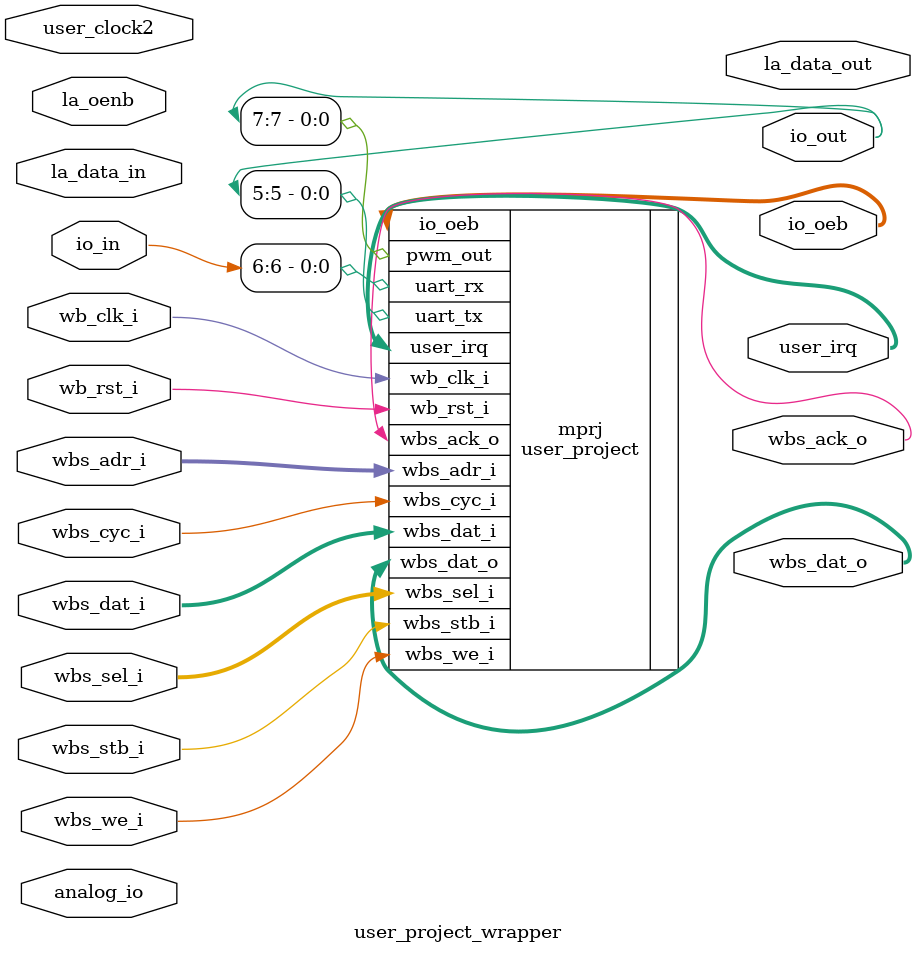
<source format=v>
module user_project_wrapper (user_clock2,
    wb_clk_i,
    wb_rst_i,
    wbs_ack_o,
    wbs_cyc_i,
    wbs_stb_i,
    wbs_we_i,
    analog_io,
    io_in,
    io_oeb,
    io_out,
    la_data_in,
    la_data_out,
    la_oenb,
    user_irq,
    wbs_adr_i,
    wbs_dat_i,
    wbs_dat_o,
    wbs_sel_i);
 input user_clock2;
 input wb_clk_i;
 input wb_rst_i;
 output wbs_ack_o;
 input wbs_cyc_i;
 input wbs_stb_i;
 input wbs_we_i;
 inout [28:0] analog_io;
 input [37:0] io_in;
 output [37:0] io_oeb;
 output [37:0] io_out;
 input [127:0] la_data_in;
 output [127:0] la_data_out;
 input [127:0] la_oenb;
 output [2:0] user_irq;
 input [31:0] wbs_adr_i;
 input [31:0] wbs_dat_i;
 output [31:0] wbs_dat_o;
 input [3:0] wbs_sel_i;


 user_project mprj (.pwm_out(io_out[7]),
    .uart_rx(io_in[6]),
    .uart_tx(io_out[5]),
    .wb_clk_i(wb_clk_i),
    .wb_rst_i(wb_rst_i),
    .wbs_ack_o(wbs_ack_o),
    .wbs_cyc_i(wbs_cyc_i),
    .wbs_stb_i(wbs_stb_i),
    .wbs_we_i(wbs_we_i),
    .io_oeb({io_oeb[37],
    io_oeb[36],
    io_oeb[35],
    io_oeb[34],
    io_oeb[33],
    io_oeb[32],
    io_oeb[31],
    io_oeb[30],
    io_oeb[29],
    io_oeb[28],
    io_oeb[27],
    io_oeb[26],
    io_oeb[25],
    io_oeb[24],
    io_oeb[23],
    io_oeb[22],
    io_oeb[21],
    io_oeb[20],
    io_oeb[19],
    io_oeb[18],
    io_oeb[17],
    io_oeb[16],
    io_oeb[15],
    io_oeb[14],
    io_oeb[13],
    io_oeb[12],
    io_oeb[11],
    io_oeb[10],
    io_oeb[9],
    io_oeb[8],
    io_oeb[7],
    io_oeb[6],
    io_oeb[5],
    io_oeb[4],
    io_oeb[3],
    io_oeb[2],
    io_oeb[1],
    io_oeb[0]}),
    .user_irq({user_irq[2],
    user_irq[1],
    user_irq[0]}),
    .wbs_adr_i({wbs_adr_i[31],
    wbs_adr_i[30],
    wbs_adr_i[29],
    wbs_adr_i[28],
    wbs_adr_i[27],
    wbs_adr_i[26],
    wbs_adr_i[25],
    wbs_adr_i[24],
    wbs_adr_i[23],
    wbs_adr_i[22],
    wbs_adr_i[21],
    wbs_adr_i[20],
    wbs_adr_i[19],
    wbs_adr_i[18],
    wbs_adr_i[17],
    wbs_adr_i[16],
    wbs_adr_i[15],
    wbs_adr_i[14],
    wbs_adr_i[13],
    wbs_adr_i[12],
    wbs_adr_i[11],
    wbs_adr_i[10],
    wbs_adr_i[9],
    wbs_adr_i[8],
    wbs_adr_i[7],
    wbs_adr_i[6],
    wbs_adr_i[5],
    wbs_adr_i[4],
    wbs_adr_i[3],
    wbs_adr_i[2],
    wbs_adr_i[1],
    wbs_adr_i[0]}),
    .wbs_dat_i({wbs_dat_i[31],
    wbs_dat_i[30],
    wbs_dat_i[29],
    wbs_dat_i[28],
    wbs_dat_i[27],
    wbs_dat_i[26],
    wbs_dat_i[25],
    wbs_dat_i[24],
    wbs_dat_i[23],
    wbs_dat_i[22],
    wbs_dat_i[21],
    wbs_dat_i[20],
    wbs_dat_i[19],
    wbs_dat_i[18],
    wbs_dat_i[17],
    wbs_dat_i[16],
    wbs_dat_i[15],
    wbs_dat_i[14],
    wbs_dat_i[13],
    wbs_dat_i[12],
    wbs_dat_i[11],
    wbs_dat_i[10],
    wbs_dat_i[9],
    wbs_dat_i[8],
    wbs_dat_i[7],
    wbs_dat_i[6],
    wbs_dat_i[5],
    wbs_dat_i[4],
    wbs_dat_i[3],
    wbs_dat_i[2],
    wbs_dat_i[1],
    wbs_dat_i[0]}),
    .wbs_dat_o({wbs_dat_o[31],
    wbs_dat_o[30],
    wbs_dat_o[29],
    wbs_dat_o[28],
    wbs_dat_o[27],
    wbs_dat_o[26],
    wbs_dat_o[25],
    wbs_dat_o[24],
    wbs_dat_o[23],
    wbs_dat_o[22],
    wbs_dat_o[21],
    wbs_dat_o[20],
    wbs_dat_o[19],
    wbs_dat_o[18],
    wbs_dat_o[17],
    wbs_dat_o[16],
    wbs_dat_o[15],
    wbs_dat_o[14],
    wbs_dat_o[13],
    wbs_dat_o[12],
    wbs_dat_o[11],
    wbs_dat_o[10],
    wbs_dat_o[9],
    wbs_dat_o[8],
    wbs_dat_o[7],
    wbs_dat_o[6],
    wbs_dat_o[5],
    wbs_dat_o[4],
    wbs_dat_o[3],
    wbs_dat_o[2],
    wbs_dat_o[1],
    wbs_dat_o[0]}),
    .wbs_sel_i({wbs_sel_i[3],
    wbs_sel_i[2],
    wbs_sel_i[1],
    wbs_sel_i[0]}));
endmodule

</source>
